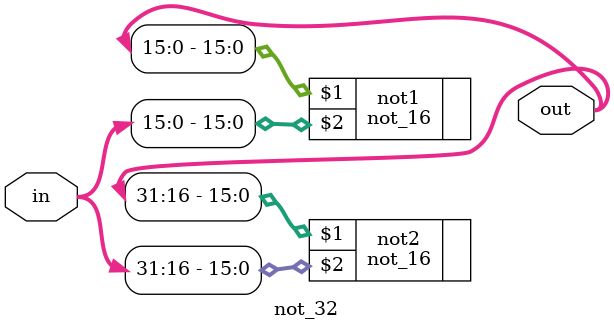
<source format=v>
module not_32(out, in);
	input [31:0] in;
	output [31:0] out;
	
	not_16 not1(out[15:0], in[15:0]);
	not_16 not2(out[31:16], in[31:16]);
endmodule

</source>
